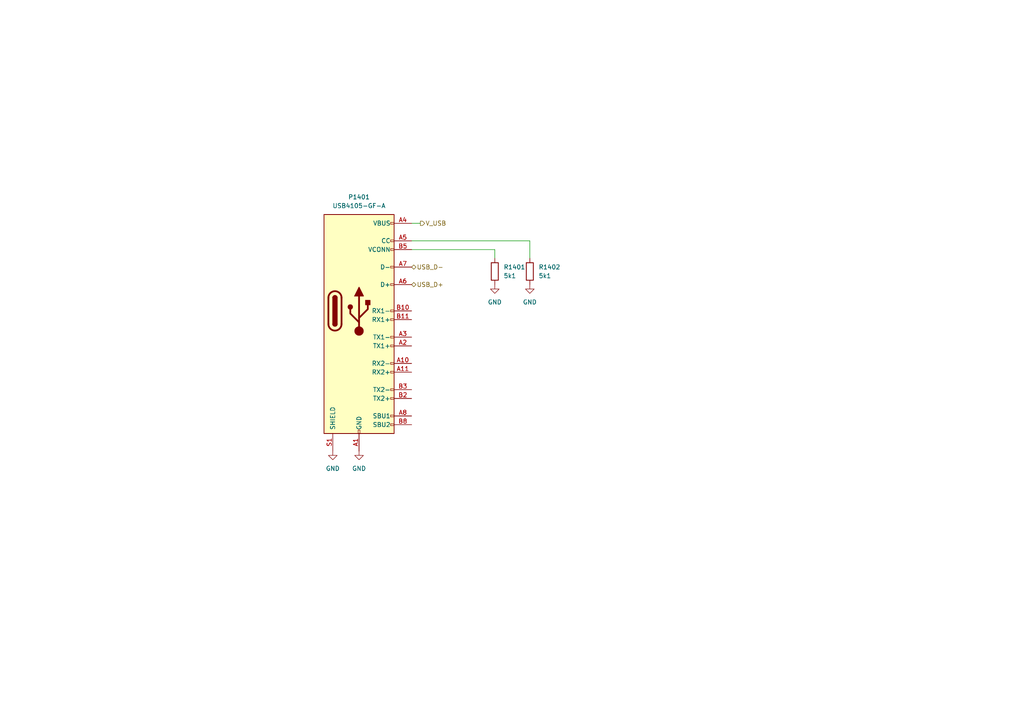
<source format=kicad_sch>
(kicad_sch (version 20211123) (generator eeschema)
  (paper "A4")
  (lib_symbols
    (symbol "Connector:USB_C_Plug" (pin_names (offset 1.016))
      (property "Reference" "P" (at -10.16 29.21 0))
      (property "Value" "USB_C_Plug" (at 10.16 29.21 0))
      (symbol "USB_C_Plug_0_0"
        (rectangle (start -0.254 -35.56) (end 0.254 -34.544))
        (rectangle (start 10.16 -32.766) (end 9.144 -33.274))
        (rectangle (start 10.16 -30.226) (end 9.144 -30.734))
        (rectangle (start 10.16 -25.146) (end 9.144 -25.654))
        (rectangle (start 10.16 -22.606) (end 9.144 -23.114))
        (rectangle (start 10.16 -17.526) (end 9.144 -18.034))
        (rectangle (start 10.16 -14.986) (end 9.144 -15.494))
        (rectangle (start 10.16 -9.906) (end 9.144 -10.414))
        (rectangle (start 10.16 -7.366) (end 9.144 -7.874))
        (rectangle (start 10.16 -2.286) (end 9.144 -2.794))
        (rectangle (start 10.16 0.254) (end 9.144 -0.254))
        (rectangle (start 10.16 7.874) (end 9.144 7.366))
        (rectangle (start 10.16 12.954) (end 9.144 12.446))
        (rectangle (start 10.16 18.034) (end 9.144 17.526))
        (rectangle (start 10.16 20.574) (end 9.144 20.066))
        (rectangle (start 10.16 25.654) (end 9.144 25.146))
      )
      (symbol "USB_C_Plug_0_1"
        (rectangle (start -10.16 27.94) (end 10.16 -35.56) (stroke (width 0.254)) (fill (type background)))
        (arc (start -8.89 -3.81) (mid -6.985 -5.715) (end -5.08 -3.81) (stroke (width 0.508)))
        (arc (start -7.62 -3.81) (mid -6.985 -4.445) (end -6.35 -3.81) (stroke (width 0.254)))
        (arc (start -7.62 -3.81) (mid -6.985 -4.445) (end -6.35 -3.81) (stroke (width 0.254)) (fill (type outline)))
        (rectangle (start -7.62 -3.81) (end -6.35 3.81) (stroke (width 0.254)) (fill (type outline)))
        (arc (start -6.35 3.81) (mid -6.985 4.445) (end -7.62 3.81) (stroke (width 0.254)))
        (arc (start -6.35 3.81) (mid -6.985 4.445) (end -7.62 3.81) (stroke (width 0.254)) (fill (type outline)))
        (arc (start -5.08 3.81) (mid -6.985 5.715) (end -8.89 3.81) (stroke (width 0.508)))
        (polyline (pts (xy -8.89 -3.81) (xy -8.89 3.81)) (stroke (width 0.508)))
        (polyline (pts (xy -5.08 3.81) (xy -5.08 -3.81)) (stroke (width 0.508)))
      )
      (symbol "USB_C_Plug_1_1"
        (circle (center -2.54 1.143) (radius 0.635) (stroke (width 0.254)) (fill (type outline)))
        (circle (center 0 -5.842) (radius 1.27) (fill (type outline)))
        (polyline (pts (xy 0 -5.842) (xy 0 4.318)) (stroke (width 0.508)))
        (polyline (pts (xy 0 -3.302) (xy -2.54 -0.762) (xy -2.54 0.508)) (stroke (width 0.508)))
        (polyline (pts (xy 0 -2.032) (xy 2.54 0.508) (xy 2.54 1.778)) (stroke (width 0.508)))
        (polyline (pts (xy -1.27 4.318) (xy 0 6.858) (xy 1.27 4.318) (xy -1.27 4.318)) (stroke (width 0.254)) (fill (type outline)))
        (rectangle (start 1.905 1.778) (end 3.175 3.048) (stroke (width 0.254)) (fill (type outline)))
        (pin passive line (at 0 -40.64 90) (length 5.08) (name "GND") (number "A1"))
        (pin bidirectional line (at 15.24 -15.24 180) (length 5.08) (name "RX2-") (number "A10"))
        (pin bidirectional line (at 15.24 -17.78 180) (length 5.08) (name "RX2+") (number "A11"))
        (pin passive line (at 0 -40.64 90) (length 5.08) hide (name "GND") (number "A12"))
        (pin bidirectional line (at 15.24 -10.16 180) (length 5.08) (name "TX1+") (number "A2"))
        (pin bidirectional line (at 15.24 -7.62 180) (length 5.08) (name "TX1-") (number "A3"))
        (pin passive line (at 15.24 25.4 180) (length 5.08) (name "VBUS") (number "A4"))
        (pin bidirectional line (at 15.24 20.32 180) (length 5.08) (name "CC") (number "A5"))
        (pin bidirectional line (at 15.24 7.62 180) (length 5.08) (name "D+") (number "A6"))
        (pin bidirectional line (at 15.24 12.7 180) (length 5.08) (name "D-") (number "A7"))
        (pin bidirectional line (at 15.24 -30.48 180) (length 5.08) (name "SBU1") (number "A8"))
        (pin passive line (at 15.24 25.4 180) (length 5.08) hide (name "VBUS") (number "A9"))
        (pin passive line (at 0 -40.64 90) (length 5.08) hide (name "GND") (number "B1"))
        (pin bidirectional line (at 15.24 0 180) (length 5.08) (name "RX1-") (number "B10"))
        (pin bidirectional line (at 15.24 -2.54 180) (length 5.08) (name "RX1+") (number "B11"))
        (pin passive line (at 0 -40.64 90) (length 5.08) hide (name "GND") (number "B12"))
        (pin bidirectional line (at 15.24 -25.4 180) (length 5.08) (name "TX2+") (number "B2"))
        (pin bidirectional line (at 15.24 -22.86 180) (length 5.08) (name "TX2-") (number "B3"))
        (pin passive line (at 15.24 25.4 180) (length 5.08) hide (name "VBUS") (number "B4"))
        (pin bidirectional line (at 15.24 17.78 180) (length 5.08) (name "VCONN") (number "B5"))
        (pin bidirectional line (at 15.24 -33.02 180) (length 5.08) (name "SBU2") (number "B8"))
        (pin passive line (at 15.24 25.4 180) (length 5.08) hide (name "VBUS") (number "B9"))
        (pin passive line (at -7.62 -40.64 90) (length 5.08) (name "SHIELD") (number "S1"))
      )
    )
    (symbol "Device:R" (pin_numbers hide) (pin_names (offset 0))
      (property "Reference" "R" (at 2.032 0 90))
      (property "Value" "R" (at 0 0 90))
      (symbol "R_0_1"
        (rectangle (start -1.016 -2.54) (end 1.016 2.54) (stroke (width 0.254)))
      )
      (symbol "R_1_1"
        (pin passive line (at 0 3.81 270) (length 1.27) (name "~") (number "1"))
        (pin passive line (at 0 -3.81 90) (length 1.27) (name "~") (number "2"))
      )
    )
    (symbol "power:GND" (power) (pin_names (offset 0))
      (property "Value" "GND" (at 0 -3.81 0))
      (symbol "GND_0_1"
        (polyline (pts (xy 0 0) (xy 0 -1.27) (xy 1.27 -1.27) (xy 0 -2.54) (xy -1.27 -1.27) (xy 0 -1.27)))
      )
      (symbol "GND_1_1"
        (pin power_in line (at 0 0 270) (length 0) hide (name "GND") (number "1"))
      )
    )
  )
  (wire (pts (xy 143.51 72.39) (xy 143.51 74.93)))
  (wire (pts (xy 121.92 64.77) (xy 119.38 64.77)))
  (wire (pts (xy 119.38 69.85) (xy 153.67 69.85)))
  (wire (pts (xy 119.38 72.39) (xy 143.51 72.39)))
  (wire (pts (xy 153.67 69.85) (xy 153.67 74.93)))
  (hierarchical_label "USB_D-" (shape bidirectional) (at 119.38 77.47 0))
  (hierarchical_label "V_USB" (shape output) (at 121.92 64.77 0))
  (hierarchical_label "USB_D+" (shape bidirectional) (at 119.38 82.55 0))
  (symbol (lib_id "Device:R") (at 143.51 78.74 180) (unit 1)
    (property "Reference" "R1401" (at 146.05 77.4699 0) (effects (justify right)))
    (property "Value" "5k1" (at 146.05 80.0099 0) (effects (justify right)))
    (property "Footprint" "Resistor_SMD:R_0603_1608Metric" (effects hide))
    (property "Manufacturer_Name" "UNI-ROYAL(Uniroyal Elec)" (effects hide))
    (property "Manufacturer_Part_Number" "0603WAF5101T5E" (effects hide))
  )
  (symbol (lib_id "power:GND") (at 143.51 82.55 0) (unit 1)
    (property "Reference" "#PWR01403" (effects hide))
    (property "Value" "GND" (at 143.51 87.63 0))
  )
  (symbol (lib_id "power:GND") (at 153.67 82.55 0) (unit 1)
    (property "Reference" "#PWR01404" (effects hide))
    (property "Value" "GND" (at 153.67 87.63 0))
  )
  (symbol (lib_id "power:GND") (at 96.52 130.81 0) (unit 1)
    (property "Reference" "#PWR01401" (effects hide))
    (property "Value" "GND" (at 96.52 135.89 0))
  )
  (symbol (lib_id "power:GND") (at 104.14 130.81 0) (unit 1)
    (property "Reference" "#PWR01402" (effects hide))
    (property "Value" "GND" (at 104.14 135.89 0))
  )
  (symbol (lib_id "Device:R") (at 153.67 78.74 0) (unit 1)
    (property "Reference" "R1402" (at 156.21 77.4699 0) (effects (justify left)))
    (property "Value" "5k1" (at 156.21 80.0099 0) (effects (justify left)))
    (property "Footprint" "Resistor_SMD:R_0603_1608Metric" (effects hide))
    (property "Manufacturer_Name" "UNI-ROYAL(Uniroyal Elec)" (effects hide))
    (property "Manufacturer_Part_Number" "0603WAF5101T5E" (effects hide))
  )
  (symbol (lib_id "Connector:USB_C_Plug") (at 104.14 90.17 0) (unit 1)
    (property "Reference" "P1401" (at 104.14 57.15 0))
    (property "Value" "USB4105-GF-A" (at 104.14 59.69 0))
    (property "Footprint" "Connector_USB:USB_C_Receptacle_Palconn_UTC16-G" (effects hide))
    (property "Datasheet" "https://www.usb.org/sites/default/files/documents/usb_type-c.zip" (effects hide))
  )
)
</source>
